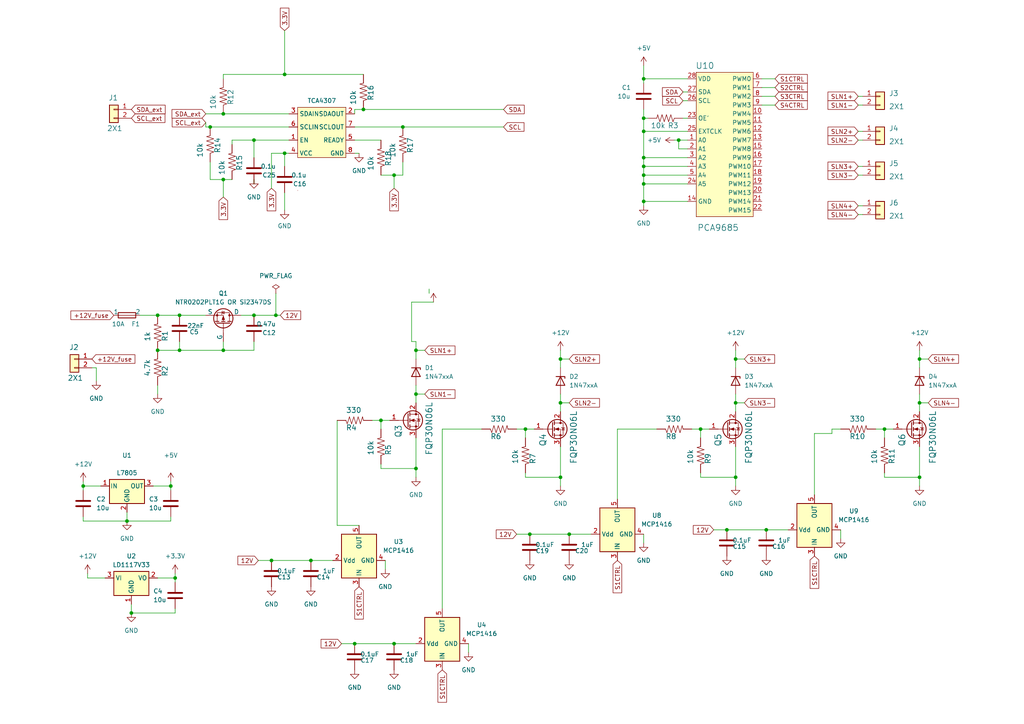
<source format=kicad_sch>
(kicad_sch (version 20250114) (generator "eeschema") (generator_version "9.0")
  (paper "A4")
  (lib_symbols
    (symbol "Connector_Generic:Conn_01x02" (pin_names (offset 1.016) (hide yes))
      (property "Reference" "J" (at 0 2.54 0))
      (property "Value" "Conn_01x02" (at 0 -5.08 0))
      (symbol "Conn_01x02_1_1"
        (pin passive line (at -5.08 0 0) (length 3.81) (name "Pin_1") (number "1"))
        (pin passive line (at -5.08 -2.54 0) (length 3.81) (name "Pin_2") (number "2"))
      )
    )
    (symbol "Device:C" (pin_numbers (hide yes)) (pin_names (offset 0.254))
      (property "Reference" "C" (at 0.635 2.54 0))
      (property "Value" "C" (at 0.635 -2.54 0))
      (symbol "C_1_1"
        (pin passive line (at 0 3.81 270) (length 2.794) (name "~") (number "1"))
        (pin passive line (at 0 -3.81 90) (length 2.794) (name "~") (number "2"))
      )
    )
    (symbol "Device:Fuse" (pin_numbers (hide yes)) (pin_names (offset 0))
      (property "Reference" "F1" (at 2.54 2.54 90))
      (property "Value" "10A" (at 2.54 -2.54 90))
      (symbol "Fuse_1_1"
        (pin output line (at 0 3.81 270) (length 1.27) (name "2") (number "2"))
        (pin input line (at 0 -3.81 90) (length 1.27) (name "1") (number "1"))
      )
    )
    (symbol "Diode:1N47xxA" (pin_numbers (hide yes)) (pin_names (hide yes))
      (property "Reference" "D" (at 0 2.54 0))
      (property "Value" "1N47xxA" (at 0 -2.54 0))
      (symbol "1N47xxA_1_1"
        (pin passive line (at -3.81 0 0) (length 2.54) (name "K") (number "1"))
        (pin passive line (at 3.81 0 180) (length 2.54) (name "A") (number "2"))
      )
    )
    (symbol "Driver_FET:MCP1416"
      (property "Reference" "U" (at -5.08 6.35 0))
      (property "Value" "MCP1416" (at 1.27 6.35 0))
      (symbol "MCP1416_1_1"
        (pin input line (at -7.62 0 0) (length 2.54) (name "IN") (number "3"))
        (pin power_in line (at 0 7.62 270) (length 2.54) (name "Vdd") (number "2"))
        (pin power_in line (at 0 -7.62 90) (length 2.54) (name "GND") (number "4"))
        (pin no_connect line (at 7.62 -2.54 180) (length 2.54) (hide yes) (name "NC") (number "1"))
        (pin output line (at 10.16 0 180) (length 2.54) (name "OUT") (number "5"))
      )
    )
    (symbol "New_Library:PCA9685"
      (property "Reference" "I2C_PWM_DRIVER1" (at 12.7 1.905 0))
      (property "Value" "PCA9685" (at 7.62 -46.355 0))
      (symbol "PCA9685_1_1"
        (pin input line (at -1.27 -3.175 0) (length 2.54) (name "VDD") (number "28"))
        (pin input line (at -1.27 -6.985 0) (length 2.54) (name "SDA") (number "27"))
        (pin input line (at -1.27 -9.525 0) (length 2.54) (name "SCL") (number "26"))
        (pin input line (at -1.27 -14.605 0) (length 2.54) (name "OE'") (number "23"))
        (pin input line (at -1.27 -18.415 0) (length 2.54) (name "EXTCLK") (number "25"))
        (pin input line (at -1.27 -20.955 0) (length 2.54) (name "A0") (number "1"))
        (pin input line (at -1.27 -23.495 0) (length 2.54) (name "A1") (number "2"))
        (pin input line (at -1.27 -26.035 0) (length 2.54) (name "A2") (number "3"))
        (pin input line (at -1.27 -28.575 0) (length 2.54) (name "A3") (number "4"))
        (pin input line (at -1.27 -31.115 0) (length 2.54) (name "A4") (number "5"))
        (pin input line (at -1.27 -33.655 0) (length 2.54) (name "A5") (number "24"))
        (pin input line (at -1.27 -38.735 0) (length 2.54) (name "GND") (number "14"))
        (pin input line (at 20.32 -3.175 180) (length 2.54) (name "PWM0") (number "6"))
        (pin input line (at 20.32 -5.715 180) (length 2.54) (name "PWM1") (number "7"))
        (pin output line (at 20.32 -8.255 180) (length 2.54) (name "PWM2") (number "8"))
        (pin output line (at 20.32 -10.795 180) (length 2.54) (name "PWM3") (number "9"))
        (pin input line (at 20.32 -13.335 180) (length 2.54) (name "PWM4") (number "10"))
        (pin input line (at 20.32 -15.875 180) (length 2.54) (name "PWM5") (number "11"))
        (pin input line (at 20.32 -18.415 180) (length 2.54) (name "PWM6") (number "12"))
        (pin input line (at 20.32 -20.955 180) (length 2.54) (name "PWM7") (number "13"))
        (pin input line (at 20.32 -23.495 180) (length 2.54) (name "PWM8") (number "15"))
        (pin input line (at 20.32 -26.035 180) (length 2.54) (name "PWM9") (number "16"))
        (pin input line (at 20.32 -28.575 180) (length 2.54) (name "PWM10") (number "17"))
        (pin input line (at 20.32 -31.115 180) (length 2.54) (name "PWM11") (number "18"))
        (pin input line (at 20.32 -33.655 180) (length 2.54) (name "PWM12") (number "19"))
        (pin input line (at 20.32 -36.195 180) (length 2.54) (name "PWM13") (number "20"))
        (pin input line (at 20.32 -38.735 180) (length 2.54) (name "PWM14") (number "21"))
        (pin input line (at 20.32 -41.275 180) (length 2.54) (name "PWM15") (number "22"))
      )
    )
    (symbol "PowerboardRev5-eagle-import:R-US_R0805" (pin_names (offset 1.016))
      (property "Reference" "R" (at -3.81 1.4986 0))
      (property "Value" "R-US_R0805" (at -3.81 -3.302 0))
      (symbol "R-US_R0805_1_0"
        (pin passive line (at -5.08 0 0) (length 2.54) (name "1") (number "1"))
        (pin passive line (at 5.08 0 180) (length 2.54) (name "2") (number "2"))
      )
    )
    (symbol "Regulator_Linear:L7805" (pin_names (offset 0.254))
      (property "Reference" "U" (at -3.81 3.175 0))
      (property "Value" "L7805" (at 0 3.175 0))
      (symbol "L7805_1_1"
        (pin power_in line (at -7.62 0 0) (length 2.54) (name "IN") (number "1"))
        (pin power_in line (at 0 -7.62 90) (length 2.54) (name "GND") (number "2"))
        (pin power_out line (at 7.62 0 180) (length 2.54) (name "OUT") (number "3"))
      )
    )
    (symbol "Regulator_Linear:LD1117S33TR_SOT223"
      (property "Reference" "U" (at -3.81 3.175 0))
      (property "Value" "LD1117S33TR_SOT223" (at 0 3.175 0))
      (symbol "LD1117S33TR_SOT223_1_1"
        (pin power_in line (at -7.62 0 0) (length 2.54) (name "VI") (number "3"))
        (pin power_in line (at 0 -7.62 90) (length 2.54) (name "GND") (number "1"))
        (pin power_out line (at 7.62 0 180) (length 2.54) (name "VO") (number "2"))
      )
    )
    (symbol "Simulation_SPICE:PMOS" (pin_numbers (hide yes)) (pin_names (offset 0))
      (property "Reference" "Q" (at 5.08 1.27 0))
      (property "Value" "PMOS" (at 5.08 -1.27 0))
      (symbol "PMOS_1_1"
        (pin input line (at -5.08 0 0) (length 2.54) (name "G") (number "2"))
        (pin passive line (at 2.54 5.08 270) (length 2.54) (name "D") (number "1"))
        (pin passive line (at 2.54 -5.08 90) (length 2.54) (name "S") (number "3"))
      )
    )
    (symbol "T_1_1"
      (symbol "T_1_1_1_1"
        (pin input line (at -12.7 2.54 0) (length 2.54) (name "SDAIN") (number "3"))
        (pin input line (at -12.7 -1.27 0) (length 2.54) (name "SCLIN") (number "6"))
        (pin input line (at -12.7 -5.08 0) (length 2.54) (name "EN") (number "1"))
        (pin input line (at -12.7 -8.89 0) (length 2.54) (name "VCC") (number "4"))
        (pin input line (at 6.35 2.54 180) (length 2.54) (name "SDAOUT") (number "2"))
        (pin input line (at 6.35 -1.27 180) (length 2.54) (name "SCLOUT") (number "7"))
        (pin input line (at 6.35 -5.08 180) (length 2.54) (name "READY") (number "5"))
        (pin input line (at 6.35 -8.89 180) (length 2.54) (name "GND") (number "8"))
      )
    )
    (symbol "Transistor_FET:IRLZ34N" (pin_names (hide yes))
      (property "Reference" "Q" (at 6.35 1.905 0))
      (property "Value" "IRLZ34N" (at 6.35 0 0))
      (symbol "IRLZ34N_1_1"
        (pin input line (at -5.08 0 0) (length 2.54) (name "G") (number "1"))
        (pin passive line (at 2.54 5.08 270) (length 2.54) (name "D") (number "2"))
        (pin passive line (at 2.54 -5.08 90) (length 2.54) (name "S") (number "3"))
      )
    )
    (symbol "power:+12V" (power) (pin_names (offset 0))
      (property "Value" "+12V" (at 0 3.556 0))
      (symbol "+12V_1_1"
        (pin power_in line (at 0 0 90) (length 0) (hide yes) (name "+12V") (number "1"))
      )
    )
    (symbol "power:+3.3V" (power) (pin_names (offset 0))
      (property "Value" "+3.3V" (at 0 3.556 0))
      (symbol "+3.3V_1_1"
        (pin power_in line (at 0 0 90) (length 0) (hide yes) (name "+3.3V") (number "1"))
      )
    )
    (symbol "power:+5V" (power) (pin_names (offset 0))
      (property "Value" "+5V" (at 0 3.556 0))
      (symbol "+5V_1_1"
        (pin power_in line (at 0 0 90) (length 0) (hide yes) (name "+5V") (number "1"))
      )
    )
    (symbol "power:GND" (power) (pin_names (offset 0))
      (property "Value" "GND" (at 0 -3.81 0))
      (symbol "GND_1_1"
        (pin power_in line (at 0 0 270) (length 0) (hide yes) (name "GND") (number "1"))
      )
    )
    (symbol "power:PWR_FLAG" (power) (pin_numbers (hide yes)) (pin_names (offset 0) (hide yes))
      (property "Value" "PWR_FLAG" (at 0 3.81 0))
      (symbol "PWR_FLAG_0_0"
        (pin power_out line (at 0 0 90) (length 0) (name "~") (number "1"))
      )
    )
  )
  (junction (at 186.69 48.26))
  (junction (at 105.41 31.75))
  (junction (at 110.49 121.92))
  (junction (at 213.36 138.43))
  (junction (at 38.1 177.8))
  (junction (at 78.74 162.56))
  (junction (at 210.82 153.67))
  (junction (at 162.56 104.14))
  (junction (at 162.56 116.84))
  (junction (at 82.55 44.45))
  (junction (at 50.8 167.64))
  (junction (at 203.2 124.46))
  (junction (at 186.69 58.42))
  (junction (at 222.25 153.67))
  (junction (at 45.72 101.6))
  (junction (at 152.4 124.46))
  (junction (at 24.13 140.97))
  (junction (at 114.3 186.69))
  (junction (at 90.17 162.56))
  (junction (at 52.07 91.44))
  (junction (at 213.36 104.14))
  (junction (at 266.7 116.84))
  (junction (at 120.65 135.89))
  (junction (at 165.1 154.94))
  (junction (at 186.69 45.72))
  (junction (at 60.96 36.83))
  (junction (at 114.3 50.8))
  (junction (at 102.87 186.69))
  (junction (at 186.69 53.34))
  (junction (at 120.65 101.6))
  (junction (at 196.85 40.64))
  (junction (at 266.7 138.43))
  (junction (at 120.65 114.3))
  (junction (at 45.72 91.44))
  (junction (at 116.84 36.83))
  (junction (at 186.69 22.86))
  (junction (at 52.07 101.6))
  (junction (at 64.77 33.02))
  (junction (at 266.7 104.14))
  (junction (at 186.69 50.8))
  (junction (at 64.77 101.6))
  (junction (at 49.53 140.97))
  (junction (at 80.01 91.44))
  (junction (at 256.54 124.46))
  (junction (at 73.66 40.64))
  (junction (at 64.77 52.07))
  (junction (at 153.67 154.94))
  (junction (at 82.55 21.59))
  (junction (at 186.69 34.29))
  (junction (at 73.66 91.44))
  (junction (at 213.36 116.84))
  (junction (at 162.56 138.43))
  (junction (at 186.69 38.1))
  (junction (at 36.83 151.13))
  (wire (pts (xy 198.12 26.67) (xy 199.39 26.67)))
  (wire (pts (xy 248.92 62.23) (xy 250.19 62.23)))
  (wire (pts (xy 266.7 138.43) (xy 266.7 140.97)))
  (wire (pts (xy 73.66 99.06) (xy 73.66 101.6)))
  (wire (pts (xy 120.65 111.76) (xy 120.65 114.3)))
  (wire (pts (xy 24.13 151.13) (xy 24.13 149.86)))
  (wire (pts (xy 90.17 162.56) (xy 96.52 162.56)))
  (wire (pts (xy 162.56 104.14) (xy 165.1 104.14)))
  (wire (pts (xy 124.46 83.82) (xy 124.46 85.09)))
  (wire (pts (xy 73.66 40.64) (xy 73.66 45.72)))
  (wire (pts (xy 64.77 99.06) (xy 64.77 101.6)))
  (wire (pts (xy 120.65 114.3) (xy 120.65 116.84)))
  (wire (pts (xy 152.4 124.46) (xy 154.94 124.46)))
  (wire (pts (xy 162.56 104.14) (xy 162.56 106.68)))
  (wire (pts (xy 213.36 116.84) (xy 213.36 119.38)))
  (wire (pts (xy 78.74 44.45) (xy 82.55 44.45)))
  (wire (pts (xy 256.54 124.46) (xy 256.54 127)))
  (wire (pts (xy 102.87 31.75) (xy 105.41 31.75)))
  (wire (pts (xy 116.84 36.83) (xy 146.05 36.83)))
  (wire (pts (xy 256.54 124.46) (xy 259.08 124.46)))
  (wire (pts (xy 40.64 91.44) (xy 45.72 91.44)))
  (wire (pts (xy 69.85 91.44) (xy 73.66 91.44)))
  (wire (pts (xy 24.13 140.97) (xy 29.21 140.97)))
  (wire (pts (xy 128.27 176.53) (xy 128.27 124.46)))
  (wire (pts (xy 110.49 121.92) (xy 113.03 121.92)))
  (wire (pts (xy 248.92 48.26) (xy 250.19 48.26)))
  (wire (pts (xy 186.69 19.05) (xy 186.69 22.86)))
  (wire (pts (xy 49.53 139.7) (xy 49.53 140.97)))
  (wire (pts (xy 162.56 114.3) (xy 162.56 116.84)))
  (wire (pts (xy 60.96 46.99) (xy 60.96 52.07)))
  (wire (pts (xy 196.85 43.18) (xy 196.85 40.64)))
  (wire (pts (xy 241.3 124.46) (xy 243.84 124.46)))
  (wire (pts (xy 203.2 124.46) (xy 203.2 127)))
  (wire (pts (xy 152.4 138.43) (xy 162.56 138.43)))
  (wire (pts (xy 187.96 34.29) (xy 186.69 34.29)))
  (wire (pts (xy 114.3 186.69) (xy 120.65 186.69)))
  (wire (pts (xy 82.55 48.26) (xy 82.55 44.45)))
  (wire (pts (xy 107.95 121.92) (xy 110.49 121.92)))
  (wire (pts (xy 213.36 104.14) (xy 215.9 104.14)))
  (wire (pts (xy 82.55 21.59) (xy 105.41 21.59)))
  (wire (pts (xy 256.54 137.16) (xy 256.54 138.43)))
  (wire (pts (xy 213.36 138.43) (xy 213.36 129.54)))
  (wire (pts (xy 203.2 137.16) (xy 203.2 138.43)))
  (wire (pts (xy 248.92 59.69) (xy 250.19 59.69)))
  (wire (pts (xy 73.66 101.6) (xy 64.77 101.6)))
  (wire (pts (xy 50.8 166.37) (xy 50.8 167.64)))
  (wire (pts (xy 153.67 154.94) (xy 165.1 154.94)))
  (wire (pts (xy 99.06 186.69) (xy 102.87 186.69)))
  (wire (pts (xy 60.96 52.07) (xy 64.77 52.07)))
  (wire (pts (xy 52.07 91.44) (xy 59.69 91.44)))
  (wire (pts (xy 78.74 44.45) (xy 78.74 54.61)))
  (wire (pts (xy 186.69 50.8) (xy 199.39 50.8)))
  (wire (pts (xy 266.7 116.84) (xy 266.7 119.38)))
  (wire (pts (xy 222.25 153.67) (xy 228.6 153.67)))
  (wire (pts (xy 102.87 31.75) (xy 102.87 33.02)))
  (wire (pts (xy 186.69 50.8) (xy 186.69 53.34)))
  (wire (pts (xy 256.54 138.43) (xy 266.7 138.43)))
  (wire (pts (xy 198.12 29.21) (xy 199.39 29.21)))
  (wire (pts (xy 186.69 38.1) (xy 199.39 38.1)))
  (wire (pts (xy 64.77 33.02) (xy 59.69 33.02)))
  (wire (pts (xy 111.76 162.56) (xy 111.76 165.1)))
  (wire (pts (xy 114.3 50.8) (xy 114.3 54.61)))
  (wire (pts (xy 213.36 116.84) (xy 215.9 116.84)))
  (wire (pts (xy 186.69 154.94) (xy 186.69 157.48)))
  (wire (pts (xy 179.07 124.46) (xy 190.5 124.46)))
  (wire (pts (xy 162.56 138.43) (xy 162.56 140.97)))
  (wire (pts (xy 67.31 40.64) (xy 67.31 41.91)))
  (wire (pts (xy 186.69 48.26) (xy 186.69 50.8)))
  (wire (pts (xy 120.65 99.06) (xy 119.38 99.06)))
  (wire (pts (xy 186.69 38.1) (xy 186.69 45.72)))
  (wire (pts (xy 82.55 60.96) (xy 82.55 55.88)))
  (wire (pts (xy 213.36 104.14) (xy 213.36 106.68)))
  (wire (pts (xy 243.84 153.67) (xy 243.84 156.21)))
  (wire (pts (xy 248.92 38.1) (xy 250.19 38.1)))
  (wire (pts (xy 80.01 85.09) (xy 80.01 91.44)))
  (wire (pts (xy 196.85 40.64) (xy 199.39 40.64)))
  (wire (pts (xy 152.4 137.16) (xy 152.4 138.43)))
  (wire (pts (xy 186.69 53.34) (xy 199.39 53.34)))
  (wire (pts (xy 220.98 30.48) (xy 224.79 30.48)))
  (wire (pts (xy 50.8 167.64) (xy 50.8 168.91)))
  (wire (pts (xy 44.45 140.97) (xy 49.53 140.97)))
  (wire (pts (xy 73.66 53.34) (xy 73.66 52.07)))
  (wire (pts (xy 27.94 106.68) (xy 27.94 110.49)))
  (wire (pts (xy 49.53 140.97) (xy 49.53 142.24)))
  (wire (pts (xy 119.38 87.63) (xy 119.38 99.06)))
  (wire (pts (xy 128.27 124.46) (xy 139.7 124.46)))
  (wire (pts (xy 52.07 101.6) (xy 45.72 101.6)))
  (wire (pts (xy 186.69 45.72) (xy 199.39 45.72)))
  (wire (pts (xy 200.66 124.46) (xy 203.2 124.46)))
  (wire (pts (xy 120.65 101.6) (xy 123.19 101.6)))
  (wire (pts (xy 60.96 36.83) (xy 59.69 36.83)))
  (wire (pts (xy 120.65 99.06) (xy 120.65 101.6)))
  (wire (pts (xy 114.3 50.8) (xy 116.84 50.8)))
  (wire (pts (xy 64.77 101.6) (xy 52.07 101.6)))
  (wire (pts (xy 162.56 116.84) (xy 162.56 119.38)))
  (wire (pts (xy 78.74 162.56) (xy 90.17 162.56)))
  (wire (pts (xy 74.93 162.56) (xy 78.74 162.56)))
  (wire (pts (xy 199.39 48.26) (xy 186.69 48.26)))
  (wire (pts (xy 116.84 50.8) (xy 116.84 46.99)))
  (wire (pts (xy 199.39 43.18) (xy 196.85 43.18)))
  (wire (pts (xy 36.83 148.59) (xy 36.83 151.13)))
  (wire (pts (xy 97.79 152.4) (xy 97.79 121.92)))
  (wire (pts (xy 120.65 114.3) (xy 123.19 114.3)))
  (wire (pts (xy 266.7 114.3) (xy 266.7 116.84)))
  (wire (pts (xy 110.49 121.92) (xy 110.49 124.46)))
  (wire (pts (xy 213.36 101.6) (xy 213.36 104.14)))
  (wire (pts (xy 198.12 34.29) (xy 199.39 34.29)))
  (wire (pts (xy 236.22 125.73) (xy 241.3 125.73)))
  (wire (pts (xy 45.72 111.76) (xy 45.72 114.3)))
  (wire (pts (xy 64.77 21.59) (xy 64.77 22.86)))
  (wire (pts (xy 248.92 30.48) (xy 250.19 30.48)))
  (wire (pts (xy 73.66 91.44) (xy 80.01 91.44)))
  (wire (pts (xy 203.2 124.46) (xy 205.74 124.46)))
  (wire (pts (xy 82.55 21.59) (xy 82.55 8.89)))
  (wire (pts (xy 102.87 44.45) (xy 104.14 44.45)))
  (wire (pts (xy 220.98 27.94) (xy 224.79 27.94)))
  (wire (pts (xy 162.56 101.6) (xy 162.56 104.14)))
  (wire (pts (xy 254 124.46) (xy 256.54 124.46)))
  (wire (pts (xy 120.65 135.89) (xy 120.65 127)))
  (wire (pts (xy 210.82 153.67) (xy 222.25 153.67)))
  (wire (pts (xy 266.7 104.14) (xy 266.7 106.68)))
  (wire (pts (xy 213.36 138.43) (xy 213.36 140.97)))
  (wire (pts (xy 49.53 151.13) (xy 49.53 149.86)))
  (wire (pts (xy 102.87 36.83) (xy 116.84 36.83)))
  (wire (pts (xy 266.7 138.43) (xy 266.7 129.54)))
  (wire (pts (xy 119.38 87.63) (xy 125.73 87.63)))
  (wire (pts (xy 248.92 40.64) (xy 250.19 40.64)))
  (wire (pts (xy 266.7 101.6) (xy 266.7 104.14)))
  (wire (pts (xy 38.1 177.8) (xy 50.8 177.8)))
  (wire (pts (xy 24.13 142.24) (xy 24.13 140.97)))
  (wire (pts (xy 248.92 50.8) (xy 250.19 50.8)))
  (wire (pts (xy 186.69 45.72) (xy 186.69 48.26)))
  (wire (pts (xy 203.2 138.43) (xy 213.36 138.43)))
  (wire (pts (xy 59.69 36.83) (xy 59.69 35.56)))
  (wire (pts (xy 73.66 40.64) (xy 67.31 40.64)))
  (wire (pts (xy 52.07 99.06) (xy 52.07 101.6)))
  (wire (pts (xy 50.8 177.8) (xy 50.8 176.53)))
  (wire (pts (xy 186.69 58.42) (xy 199.39 58.42)))
  (wire (pts (xy 266.7 104.14) (xy 269.24 104.14)))
  (wire (pts (xy 248.92 27.94) (xy 250.19 27.94)))
  (wire (pts (xy 149.86 154.94) (xy 153.67 154.94)))
  (wire (pts (xy 207.01 153.67) (xy 210.82 153.67)))
  (wire (pts (xy 179.07 144.78) (xy 179.07 124.46)))
  (wire (pts (xy 26.67 106.68) (xy 27.94 106.68)))
  (wire (pts (xy 162.56 138.43) (xy 162.56 129.54)))
  (wire (pts (xy 220.98 25.4) (xy 224.79 25.4)))
  (wire (pts (xy 266.7 116.84) (xy 269.24 116.84)))
  (wire (pts (xy 83.82 40.64) (xy 73.66 40.64)))
  (wire (pts (xy 186.69 24.13) (xy 186.69 22.86)))
  (wire (pts (xy 24.13 151.13) (xy 36.83 151.13)))
  (wire (pts (xy 165.1 154.94) (xy 171.45 154.94)))
  (wire (pts (xy 64.77 21.59) (xy 82.55 21.59)))
  (wire (pts (xy 135.89 186.69) (xy 135.89 189.23)))
  (wire (pts (xy 25.4 166.37) (xy 25.4 167.64)))
  (wire (pts (xy 110.49 50.8) (xy 114.3 50.8)))
  (wire (pts (xy 45.72 91.44) (xy 52.07 91.44)))
  (wire (pts (xy 236.22 143.51) (xy 236.22 125.73)))
  (wire (pts (xy 104.14 152.4) (xy 97.79 152.4)))
  (wire (pts (xy 110.49 135.89) (xy 120.65 135.89)))
  (wire (pts (xy 102.87 40.64) (xy 110.49 40.64)))
  (wire (pts (xy 45.72 167.64) (xy 50.8 167.64)))
  (wire (pts (xy 38.1 175.26) (xy 38.1 177.8)))
  (wire (pts (xy 82.55 44.45) (xy 83.82 44.45)))
  (wire (pts (xy 60.96 36.83) (xy 83.82 36.83)))
  (wire (pts (xy 64.77 52.07) (xy 64.77 57.15)))
  (wire (pts (xy 25.4 167.64) (xy 30.48 167.64)))
  (wire (pts (xy 186.69 22.86) (xy 199.39 22.86)))
  (wire (pts (xy 186.69 58.42) (xy 186.69 59.69)))
  (wire (pts (xy 24.13 139.7) (xy 24.13 140.97)))
  (wire (pts (xy 149.86 124.46) (xy 152.4 124.46)))
  (wire (pts (xy 220.98 22.86) (xy 224.79 22.86)))
  (wire (pts (xy 195.58 40.64) (xy 196.85 40.64)))
  (wire (pts (xy 64.77 52.07) (xy 67.31 52.07)))
  (wire (pts (xy 110.49 134.62) (xy 110.49 135.89)))
  (wire (pts (xy 64.77 33.02) (xy 83.82 33.02)))
  (wire (pts (xy 186.69 53.34) (xy 186.69 58.42)))
  (wire (pts (xy 120.65 101.6) (xy 120.65 104.14)))
  (wire (pts (xy 120.65 135.89) (xy 120.65 138.43)))
  (wire (pts (xy 152.4 124.46) (xy 152.4 127)))
  (wire (pts (xy 241.3 125.73) (xy 241.3 124.46)))
  (wire (pts (xy 80.01 91.44) (xy 81.28 91.44)))
  (wire (pts (xy 186.69 31.75) (xy 186.69 34.29)))
  (wire (pts (xy 162.56 116.84) (xy 165.1 116.84)))
  (wire (pts (xy 36.83 151.13) (xy 49.53 151.13)))
  (wire (pts (xy 102.87 186.69) (xy 114.3 186.69)))
  (wire (pts (xy 105.41 31.75) (xy 146.05 31.75)))
  (wire (pts (xy 186.69 34.29) (xy 186.69 38.1)))
  (wire (pts (xy 213.36 114.3) (xy 213.36 116.84)))
  (global_label "SLN4+" (shape input) (at 248.92 59.69 180) (property "Intersheetrefs" "${INTERSHEET_REFS}" (effects (hide yes))))
  (global_label "+12V_fuse" (shape input) (at 33.02 91.44 180) (property "Intersheetrefs" "${INTERSHEET_REFS}" (effects (hide yes))))
  (global_label "SDA" (shape input) (at 198.12 26.67 180) (property "Intersheetrefs" "${INTERSHEET_REFS}" (effects (hide yes))))
  (global_label "SLN1-" (shape input) (at 248.92 30.48 180) (property "Intersheetrefs" "${INTERSHEET_REFS}" (effects (hide yes))))
  (global_label "12V" (shape input) (at 149.86 154.94 180) (property "Intersheetrefs" "${INTERSHEET_REFS}" (effects (hide yes))))
  (global_label "S1CTRL" (shape input) (at 128.27 194.31 270) (property "Intersheetrefs" "${INTERSHEET_REFS}" (effects (hide yes))))
  (global_label "3.3V" (shape input) (at 78.74 54.61 270) (property "Intersheetrefs" "${INTERSHEET_REFS}" (effects (hide yes))))
  (global_label "SCL" (shape input) (at 198.12 29.21 180) (property "Intersheetrefs" "${INTERSHEET_REFS}" (effects (hide yes))))
  (global_label "3.3V" (shape input) (at 114.3 54.61 270) (property "Intersheetrefs" "${INTERSHEET_REFS}" (effects (hide yes))))
  (global_label "SLN1+" (shape input) (at 248.92 27.94 180) (property "Intersheetrefs" "${INTERSHEET_REFS}" (effects (hide yes))))
  (global_label "SLN2-" (shape input) (at 165.1 116.84 0) (property "Intersheetrefs" "${INTERSHEET_REFS}" (effects (hide yes))))
  (global_label "SLN4-" (shape input) (at 248.92 62.23 180) (property "Intersheetrefs" "${INTERSHEET_REFS}" (effects (hide yes))))
  (global_label "SDA_ext" (shape input) (at 59.69 33.02 180) (property "Intersheetrefs" "${INTERSHEET_REFS}" (effects (hide yes))))
  (global_label "SLN3+" (shape input) (at 215.9 104.14 0) (property "Intersheetrefs" "${INTERSHEET_REFS}" (effects (hide yes))))
  (global_label "3.3V" (shape input) (at 64.77 57.15 270) (property "Intersheetrefs" "${INTERSHEET_REFS}" (effects (hide yes))))
  (global_label "SLN3+" (shape input) (at 248.92 48.26 180) (property "Intersheetrefs" "${INTERSHEET_REFS}" (effects (hide yes))))
  (global_label "SCL_ext" (shape input) (at 59.69 35.56 180) (property "Intersheetrefs" "${INTERSHEET_REFS}" (effects (hide yes))))
  (global_label "S4CTRL" (shape input) (at 224.79 30.48 0) (property "Intersheetrefs" "${INTERSHEET_REFS}" (effects (hide yes))))
  (global_label "12V" (shape input) (at 81.28 91.44 0) (property "Intersheetrefs" "${INTERSHEET_REFS}" (effects (hide yes))))
  (global_label "SLN2+" (shape input) (at 248.92 38.1 180) (property "Intersheetrefs" "${INTERSHEET_REFS}" (effects (hide yes))))
  (global_label "12V" (shape input) (at 74.93 162.56 180) (property "Intersheetrefs" "${INTERSHEET_REFS}" (effects (hide yes))))
  (global_label "12V" (shape input) (at 99.06 186.69 180) (property "Intersheetrefs" "${INTERSHEET_REFS}" (effects (hide yes))))
  (global_label "S1CTRL" (shape input) (at 224.79 22.86 0) (property "Intersheetrefs" "${INTERSHEET_REFS}" (effects (hide yes))))
  (global_label "SLN3-" (shape input) (at 215.9 116.84 0) (property "Intersheetrefs" "${INTERSHEET_REFS}" (effects (hide yes))))
  (global_label "SLN1-" (shape input) (at 123.19 114.3 0) (property "Intersheetrefs" "${INTERSHEET_REFS}" (effects (hide yes))))
  (global_label "3.3V" (shape input) (at 82.55 8.89 90) (property "Intersheetrefs" "${INTERSHEET_REFS}" (effects (hide yes))))
  (global_label "SCL" (shape input) (at 146.05 36.83 0) (property "Intersheetrefs" "${INTERSHEET_REFS}" (effects (hide yes))))
  (global_label "+12V_fuse" (shape input) (at 26.67 104.14 0) (property "Intersheetrefs" "${INTERSHEET_REFS}" (effects (hide yes))))
  (global_label "SLN3-" (shape input) (at 248.92 50.8 180) (property "Intersheetrefs" "${INTERSHEET_REFS}" (effects (hide yes))))
  (global_label "SLN2+" (shape input) (at 165.1 104.14 0) (property "Intersheetrefs" "${INTERSHEET_REFS}" (effects (hide yes))))
  (global_label "S1CTRL" (shape input) (at 179.07 162.56 270) (property "Intersheetrefs" "${INTERSHEET_REFS}" (effects (hide yes))))
  (global_label "12V" (shape input) (at 207.01 153.67 180) (property "Intersheetrefs" "${INTERSHEET_REFS}" (effects (hide yes))))
  (global_label "SDA" (shape input) (at 146.05 31.75 0) (property "Intersheetrefs" "${INTERSHEET_REFS}" (effects (hide yes))))
  (global_label "SCL_ext" (shape input) (at 38.1 34.29 0) (property "Intersheetrefs" "${INTERSHEET_REFS}" (effects (hide yes))))
  (global_label "S1CTRL" (shape input) (at 104.14 170.18 270) (property "Intersheetrefs" "${INTERSHEET_REFS}" (effects (hide yes))))
  (global_label "S1CTRL" (shape input) (at 236.22 161.29 270) (property "Intersheetrefs" "${INTERSHEET_REFS}" (effects (hide yes))))
  (global_label "SDA_ext" (shape input) (at 38.1 31.75 0) (property "Intersheetrefs" "${INTERSHEET_REFS}" (effects (hide yes))))
  (global_label "SLN4+" (shape input) (at 269.24 104.14 0) (property "Intersheetrefs" "${INTERSHEET_REFS}" (effects (hide yes))))
  (global_label "S3CTRL" (shape input) (at 224.79 27.94 0) (property "Intersheetrefs" "${INTERSHEET_REFS}" (effects (hide yes))))
  (global_label "SLN1+" (shape input) (at 123.19 101.6 0) (property "Intersheetrefs" "${INTERSHEET_REFS}" (effects (hide yes))))
  (global_label "S2CTRL" (shape input) (at 224.79 25.4 0) (property "Intersheetrefs" "${INTERSHEET_REFS}" (effects (hide yes))))
  (global_label "SLN4-" (shape input) (at 269.24 116.84 0) (property "Intersheetrefs" "${INTERSHEET_REFS}" (effects (hide yes))))
  (global_label "SLN2-" (shape input) (at 248.92 40.64 180) (property "Intersheetrefs" "${INTERSHEET_REFS}" (effects (hide yes))))
  (symbol (lib_id "Device:C") (at 50.8 172.72 0) (unit 1)
    (property "Reference" "C4" (at 44.45 171.45 0) (effects (justify left)))
    (property "Value" "10u" (at 44.45 173.99 0) (effects (justify left)))
    (property "Footprint" "Capacitor_THT:CP_Radial_D5.0mm_P2.00mm" (effects (hide yes)))
  )
  (symbol (lib_id "Transistor_FET:IRLZ34N") (at 210.82 124.46 0) (unit 1)
    (property "Reference" "Q5" (at 208.28 129.54 90) (effects (font (size 1.778 1.778)) (justify left)))
    (property "Value" "FQP30N06L" (at 217.17 134.62 90) (effects (font (size 1.778 1.778)) (justify left)))
    (property "Footprint" "Package_TO_SOT_THT:TO-220-3_Vertical" (effects (hide yes)))
    (property "Datasheet" "http://www.infineon.com/dgdl/irlz34npbf.pdf?fileId=5546d462533600a40153567206892720" (effects (hide yes)))
  )
  (symbol (lib_id "PowerboardRev5-eagle-import:R-US_R0805") (at 256.54 132.08 270) (mirror x) (unit 1)
    (property "Reference" "R11" (at 257.81 134.62 0) (effects (font (size 1.4986 1.4986)) (justify left bottom)))
    (property "Value" "10k" (at 252.73 134.62 0) (effects (font (size 1.4986 1.4986)) (justify left bottom)))
    (property "Footprint" "Resistor_SMD:R_0805_2012Metric_Pad1.20x1.40mm_HandSolder" (effects (hide yes)))
  )
  (symbol (lib_id "Connector_Generic:Conn_01x02") (at 33.02 31.75 0) (mirror y) (unit 1)
    (property "Reference" "J1" (at 34.29 29.21 0) (effects (font (size 1.4986 1.4986)) (justify left bottom)))
    (property "Value" "2X1" (at 35.56 38.1 0) (effects (font (size 1.4986 1.4986)) (justify left bottom)))
    (property "Footprint" "Connector_JST:JST_PH_B2B-PH-K_1x02_P2.00mm_Vertical" (effects (hide yes)))
  )
  (symbol (lib_id "Device:C") (at 165.1 158.75 180) (unit 1)
    (property "Reference" "C20" (at 170.688 159.766 0) (effects (justify left)))
    (property "Value" "1uF" (at 172.212 157.988 0) (effects (justify left)))
    (property "Footprint" "Capacitor_SMD:C_0402_1005Metric" (effects (hide yes)))
  )
  (symbol (lib_id "power:GND") (at 165.1 162.56 0) (unit 1)
    (property "Reference" "#PWR028" (effects (hide yes)))
    (property "Value" "GND" (at 165.1 167.64 0))
  )
  (symbol (lib_id "Transistor_FET:IRLZ34N") (at 160.02 124.46 0) (unit 1)
    (property "Reference" "Q4" (at 157.48 129.54 90) (effects (font (size 1.778 1.778)) (justify left)))
    (property "Value" "FQP30N06L" (at 166.37 134.62 90) (effects (font (size 1.778 1.778)) (justify left)))
    (property "Footprint" "Package_TO_SOT_THT:TO-220-3_Vertical" (effects (hide yes)))
    (property "Datasheet" "http://www.infineon.com/dgdl/irlz34npbf.pdf?fileId=5546d462533600a40153567206892720" (effects (hide yes)))
  )
  (symbol (lib_id "power:GND") (at 78.74 170.18 0) (unit 1)
    (property "Reference" "#PWR027" (effects (hide yes)))
    (property "Value" "GND" (at 78.74 175.26 0))
  )
  (symbol (lib_id "PowerboardRev5-eagle-import:R-US_R0805") (at 45.72 106.68 270) (mirror x) (unit 1)
    (property "Reference" "R2" (at 46.99 109.22 0) (effects (font (size 1.4986 1.4986)) (justify left bottom)))
    (property "Value" "4.7k" (at 41.91 109.22 0) (effects (font (size 1.4986 1.4986)) (justify left bottom)))
    (property "Footprint" "Resistor_SMD:R_0402_1005Metric" (effects (hide yes)))
  )
  (symbol (lib_id "PowerboardRev5-eagle-import:R-US_R0805") (at 64.77 27.94 270) (mirror x) (unit 1)
    (property "Reference" "R12" (at 66.04 30.48 0) (effects (font (size 1.4986 1.4986)) (justify left bottom)))
    (property "Value" "10k" (at 60.96 31.75 0) (effects (font (size 1.4986 1.4986)) (justify left bottom)))
    (property "Footprint" "Resistor_SMD:R_0603_1608Metric" (effects (hide yes)))
  )
  (symbol (lib_id "power:+12V") (at 25.4 166.37 0) (unit 1)
    (property "Reference" "#PWR013" (effects (hide yes)))
    (property "Value" "+12V" (at 25.4 161.29 0))
  )
  (symbol (lib_id "Connector_Generic:Conn_01x02") (at 255.27 48.26 0) (unit 1)
    (property "Reference" "J5" (at 257.81 48.26 0) (effects (font (size 1.4986 1.4986)) (justify left bottom)))
    (property "Value" "2X1" (at 257.81 52.07 0) (effects (font (size 1.4986 1.4986)) (justify left bottom)))
    (property "Footprint" "Connector_JST:JST_PH_B2B-PH-K_1x02_P2.00mm_Vertical" (effects (hide yes)))
  )
  (symbol (lib_id "Device:C") (at 78.74 166.37 180) (unit 1)
    (property "Reference" "C13" (at 84.328 167.386 0) (effects (justify left)))
    (property "Value" "0.1uF" (at 85.852 165.608 0) (effects (justify left)))
    (property "Footprint" "Capacitor_SMD:C_0402_1005Metric" (effects (hide yes)))
  )
  (symbol (lib_id "Device:C") (at 90.17 166.37 180) (unit 1)
    (property "Reference" "C14" (at 95.758 167.386 0) (effects (justify left)))
    (property "Value" "1uF" (at 97.282 165.608 0) (effects (justify left)))
    (property "Footprint" "Capacitor_SMD:C_0402_1005Metric" (effects (hide yes)))
  )
  (symbol (lib_id "Device:C") (at 73.66 95.25 180) (unit 1)
    (property "Reference" "C12" (at 80.01 96.52 0) (effects (justify left)))
    (property "Value" "0.47u" (at 80.01 93.98 0) (effects (justify left)))
    (property "Footprint" "Capacitor_SMD:C_0402_1005Metric" (effects (hide yes)))
  )
  (symbol (lib_id "PowerboardRev5-eagle-import:R-US_R0805") (at 102.87 121.92 0) (mirror x) (unit 1)
    (property "Reference" "R4" (at 100.33 123.19 0) (effects (font (size 1.4986 1.4986)) (justify left bottom)))
    (property "Value" "330" (at 100.33 118.11 0) (effects (font (size 1.4986 1.4986)) (justify left bottom)))
    (property "Footprint" "Resistor_SMD:R_0805_2012Metric_Pad1.20x1.40mm_HandSolder" (effects (hide yes)))
  )
  (symbol (lib_id "Connector_Generic:Conn_01x02") (at 255.27 59.69 0) (unit 1)
    (property "Reference" "J6" (at 257.81 59.69 0) (effects (font (size 1.4986 1.4986)) (justify left bottom)))
    (property "Value" "2X1" (at 257.81 63.5 0) (effects (font (size 1.4986 1.4986)) (justify left bottom)))
    (property "Footprint" "Connector_JST:JST_PH_B2B-PH-K_1x02_P2.00mm_Vertical" (effects (hide yes)))
  )
  (symbol (lib_id "PowerboardRev5-eagle-import:R-US_R0805") (at 60.96 41.91 270) (mirror x) (unit 1)
    (property "Reference" "R14" (at 62.23 44.45 0) (effects (font (size 1.4986 1.4986)) (justify left bottom)))
    (property "Value" "10k" (at 57.15 45.72 0) (effects (font (size 1.4986 1.4986)) (justify left bottom)))
    (property "Footprint" "Resistor_SMD:R_0603_1608Metric" (effects (hide yes)))
  )
  (symbol (lib_id "Driver_FET:MCP1416") (at 179.07 154.94 90) (unit 1)
    (property "Reference" "U8" (at 190.5 149.4946 90))
    (property "Value" "MCP1416" (at 190.5 152.0346 90))
    (property "Footprint" "Package_TO_SOT_SMD:SOT-23-5" (effects (hide yes)))
    (property "Datasheet" "http://ww1.microchip.com/downloads/en/DeviceDoc/20002092F.pdf" (effects (hide yes)))
    (property "Description" "1.5A High speed power MOSFET driver with non-inverting output, SOT-23-5" (effects (hide yes)))
  )
  (symbol (lib_id "Regulator_Linear:LD1117S33TR_SOT223") (at 38.1 167.64 0) (unit 1)
    (property "Reference" "U2" (at 38.1 161.29 0))
    (property "Value" "LD1117V33" (at 38.1 163.83 0))
    (property "Footprint" "Package_TO_SOT_THT:TO-220-3_Vertical" (effects (hide yes)))
    (property "Datasheet" "http://www.st.com/st-web-ui/static/active/en/resource/technical/document/datasheet/CD00000544.pdf" (effects (hide yes)))
  )
  (symbol (lib_id "PowerboardRev5-eagle-import:R-US_R0805") (at 193.04 34.29 180) (unit 1)
    (property "Reference" "R3" (at 196.85 35.56 0) (effects (font (size 1.4986 1.4986)) (justify left bottom)))
    (property "Value" "10k" (at 193.04 35.56 0) (effects (font (size 1.4986 1.4986)) (justify left bottom)))
    (property "Footprint" "Resistor_SMD:R_0805_2012Metric_Pad1.20x1.40mm_HandSolder" (effects (hide yes)))
  )
  (symbol (lib_id "power:+12V") (at 125.73 87.63 0) (unit 1)
    (property "Reference" "#PWR06" (effects (hide yes)))
    (property "Value" "+12V" (effects (hide yes)))
  )
  (symbol (lib_id "power:GND") (at 104.14 44.45 0) (unit 1)
    (property "Reference" "#PWR034" (effects (hide yes)))
    (property "Value" "GND" (at 104.14 49.53 0))
  )
  (symbol (lib_id "PowerboardRev5-eagle-import:R-US_R0805") (at 105.41 26.67 270) (mirror x) (unit 1)
    (property "Reference" "R16" (at 106.68 29.21 0) (effects (font (size 1.4986 1.4986)) (justify left bottom)))
    (property "Value" "10k" (at 101.6 30.48 0) (effects (font (size 1.4986 1.4986)) (justify left bottom)))
    (property "Footprint" "Resistor_SMD:R_0603_1608Metric" (effects (hide yes)))
  )
  (symbol (lib_id "power:+12V") (at 24.13 139.7 0) (unit 1)
    (property "Reference" "#PWR014" (effects (hide yes)))
    (property "Value" "+12V" (at 24.13 134.62 0))
  )
  (symbol (lib_id "power:GND") (at 186.69 157.48 0) (unit 1)
    (property "Reference" "#PWR031" (effects (hide yes)))
    (property "Value" "GND" (at 186.69 162.56 0))
  )
  (symbol (lib_id "power:GND") (at 36.83 151.13 0) (unit 1)
    (property "Reference" "#PWR012" (effects (hide yes)))
    (property "Value" "GND" (at 36.83 156.21 0))
  )
  (symbol (lib_id "power:GND") (at 135.89 189.23 0) (unit 1)
    (property "Reference" "#PWR03" (effects (hide yes)))
    (property "Value" "GND" (at 135.89 194.31 0))
  )
  (symbol (lib_id "PowerboardRev5-eagle-import:R-US_R0805") (at 110.49 45.72 270) (mirror x) (unit 1)
    (property "Reference" "R18" (at 111.76 48.26 0) (effects (font (size 1.4986 1.4986)) (justify left bottom)))
    (property "Value" "10k" (at 106.68 49.53 0) (effects (font (size 1.4986 1.4986)) (justify left bottom)))
    (property "Footprint" "Resistor_SMD:R_0603_1608Metric" (effects (hide yes)))
  )
  (symbol (lib_id "PowerboardRev5-eagle-import:R-US_R0805") (at 67.31 46.99 270) (mirror x) (unit 1)
    (property "Reference" "R15" (at 68.58 49.53 0) (effects (font (size 1.4986 1.4986)) (justify left bottom)))
    (property "Value" "10k" (at 63.5 50.8 0) (effects (font (size 1.4986 1.4986)) (justify left bottom)))
    (property "Footprint" "Resistor_SMD:R_0603_1608Metric" (effects (hide yes)))
  )
  (symbol (lib_id "Device:C") (at 114.3 190.5 180) (unit 1)
    (property "Reference" "C18" (at 119.888 191.516 0) (effects (justify left)))
    (property "Value" "1uF" (at 121.412 189.738 0) (effects (justify left)))
    (property "Footprint" "Capacitor_SMD:C_0402_1005Metric" (effects (hide yes)))
  )
  (symbol (lib_id "Diode:1N47xxA") (at 162.56 110.49 270) (unit 1)
    (property "Reference" "D2" (at 165.1 109.22 90) (effects (justify left)))
    (property "Value" "1N47xxA" (at 165.1 111.76 90) (effects (justify left)))
    (property "Footprint" "Diode_THT:D_DO-41_SOD81_P10.16mm_Horizontal" (effects (hide yes)))
    (property "Datasheet" "https://www.vishay.com/docs/85816/1n4728a.pdf" (effects (hide yes)))
  )
  (symbol (lib_id "power:+12V") (at 266.7 101.6 0) (unit 1)
    (property "Reference" "#PWR023" (effects (hide yes)))
    (property "Value" "+12V" (at 266.7 96.52 0))
  )
  (symbol (lib_id "power:GND") (at 213.36 140.97 0) (unit 1)
    (property "Reference" "#PWR020" (effects (hide yes)))
    (property "Value" "GND" (at 213.36 146.05 0))
  )
  (symbol (lib_id "power:GND") (at 162.56 140.97 0) (unit 1)
    (property "Reference" "#PWR019" (effects (hide yes)))
    (property "Value" "GND" (at 162.56 146.05 0))
  )
  (symbol (lib_id "power:+5V") (at 186.69 19.05 0) (unit 1)
    (property "Reference" "#PWR05" (effects (hide yes)))
    (property "Value" "+5V" (at 186.69 13.97 0))
  )
  (symbol (lib_id "Connector_Generic:Conn_01x02") (at 21.59 104.14 0) (mirror y) (unit 1)
    (property "Reference" "J2" (at 22.86 101.6 0) (effects (font (size 1.4986 1.4986)) (justify left bottom)))
    (property "Value" "2X1" (at 24.13 110.49 0) (effects (font (size 1.4986 1.4986)) (justify left bottom)))
    (property "Footprint" "Connector_JST:JST_PH_B2B-PH-K_1x02_P2.00mm_Vertical" (effects (hide yes)))
  )
  (symbol (lib_id "Device:C") (at 73.66 49.53 180) (unit 1)
    (property "Reference" "C25" (at 80.01 50.8 0) (effects (justify left)))
    (property "Value" "0.1u" (at 80.01 48.26 0) (effects (justify left)))
    (property "Footprint" "Capacitor_SMD:C_0603_1608Metric" (effects (hide yes)))
  )
  (symbol (lib_id "power:+12V") (at 213.36 101.6 0) (unit 1)
    (property "Reference" "#PWR022" (effects (hide yes)))
    (property "Value" "+12V" (at 213.36 96.52 0))
  )
  (symbol (lib_id "power:GND") (at 210.82 161.29 0) (unit 1)
    (property "Reference" "#PWR032" (effects (hide yes)))
    (property "Value" "GND" (at 210.82 166.37 0))
  )
  (symbol (lib_id "power:GND") (at 111.76 165.1 0) (unit 1)
    (property "Reference" "#PWR025" (effects (hide yes)))
    (property "Value" "GND" (at 111.76 170.18 0))
  )
  (symbol (lib_id "Device:C") (at 153.67 158.75 180) (unit 1)
    (property "Reference" "C19" (at 159.258 159.766 0) (effects (justify left)))
    (property "Value" "0.1uF" (at 160.782 157.988 0) (effects (justify left)))
    (property "Footprint" "Capacitor_SMD:C_0402_1005Metric" (effects (hide yes)))
  )
  (symbol (lib_id "PowerboardRev5-eagle-import:R-US_R0805") (at 116.84 41.91 270) (mirror x) (unit 1)
    (property "Reference" "R17" (at 118.11 44.45 0) (effects (font (size 1.4986 1.4986)) (justify left bottom)))
    (property "Value" "10k" (at 113.03 45.72 0) (effects (font (size 1.4986 1.4986)) (justify left bottom)))
    (property "Footprint" "Resistor_SMD:R_0603_1608Metric" (effects (hide yes)))
  )
  (symbol (lib_id "Device:C") (at 49.53 146.05 0) (unit 1)
    (property "Reference" "C3" (at 43.18 144.78 0) (effects (justify left)))
    (property "Value" "10u" (at 43.18 147.32 0) (effects (justify left)))
    (property "Footprint" "Capacitor_THT:CP_Radial_D5.0mm_P2.00mm" (effects (hide yes)))
  )
  (symbol (lib_id "power:GND") (at 114.3 194.31 0) (unit 1)
    (property "Reference" "#PWR02" (effects (hide yes)))
    (property "Value" "GND" (at 114.3 199.39 0))
  )
  (symbol (lib_id "power:+5V") (at 49.53 139.7 0) (unit 1)
    (property "Reference" "#PWR016" (effects (hide yes)))
    (property "Value" "+5V" (at 49.53 132.08 0))
  )
  (symbol (lib_id "PowerboardRev5-eagle-import:R-US_R0805") (at 45.72 96.52 270) (mirror x) (unit 1)
    (property "Reference" "R1" (at 46.99 99.06 0) (effects (font (size 1.4986 1.4986)) (justify left bottom)))
    (property "Value" "1k" (at 41.91 99.06 0) (effects (font (size 1.4986 1.4986)) (justify left bottom)))
    (property "Footprint" "Resistor_SMD:R_0402_1005Metric" (effects (hide yes)))
  )
  (symbol (lib_id "power:GND") (at 102.87 194.31 0) (unit 1)
    (property "Reference" "#PWR01" (effects (hide yes)))
    (property "Value" "GND" (at 102.87 199.39 0))
  )
  (symbol (lib_id "Diode:1N47xxA") (at 213.36 110.49 270) (unit 1)
    (property "Reference" "D3" (at 215.9 109.22 90) (effects (justify left)))
    (property "Value" "1N47xxA" (at 215.9 111.76 90) (effects (justify left)))
    (property "Footprint" "Diode_THT:D_DO-41_SOD81_P10.16mm_Horizontal" (effects (hide yes)))
    (property "Datasheet" "https://www.vishay.com/docs/85816/1n4728a.pdf" (effects (hide yes)))
  )
  (symbol (lib_id "Transistor_FET:IRLZ34N") (at 264.16 124.46 0) (unit 1)
    (property "Reference" "Q6" (at 261.62 129.54 90) (effects (font (size 1.778 1.778)) (justify left)))
    (property "Value" "FQP30N06L" (at 270.51 134.62 90) (effects (font (size 1.778 1.778)) (justify left)))
    (property "Footprint" "Package_TO_SOT_THT:TO-220-3_Vertical" (effects (hide yes)))
    (property "Datasheet" "http://www.infineon.com/dgdl/irlz34npbf.pdf?fileId=5546d462533600a40153567206892720" (effects (hide yes)))
  )
  (symbol (lib_id "Device:Fuse") (at 36.83 91.44 270) (unit 1)
    (property "Reference" "F1" (at 39.37 93.98 90))
    (property "Value" "10A" (at 34.29 93.98 90))
    (property "Footprint" "Fuse:Fuse_1206_3216Metric" (effects (hide yes)))
  )
  (symbol (lib_id "PowerboardRev5-eagle-import:R-US_R0805") (at 152.4 132.08 270) (mirror x) (unit 1)
    (property "Reference" "R7" (at 153.67 134.62 0) (effects (font (size 1.4986 1.4986)) (justify left bottom)))
    (property "Value" "10k" (at 148.59 134.62 0) (effects (font (size 1.4986 1.4986)) (justify left bottom)))
    (property "Footprint" "Resistor_SMD:R_0805_2012Metric_Pad1.20x1.40mm_HandSolder" (effects (hide yes)))
  )
  (symbol (lib_id "power:GND") (at 153.67 162.56 0) (unit 1)
    (property "Reference" "#PWR04" (effects (hide yes)))
    (property "Value" "GND" (at 153.67 167.64 0))
  )
  (symbol (lib_id "power:GND") (at 38.1 177.8 0) (unit 1)
    (property "Reference" "#PWR011" (effects (hide yes)))
    (property "Value" "GND" (at 38.1 182.88 0))
  )
  (symbol (lib_id "Device:C") (at 186.69 27.94 0) (unit 1)
    (property "Reference" "C1" (at 180.34 25.4 0) (effects (justify left)))
    (property "Value" "10u" (at 179.07 27.94 0) (effects (justify left)))
    (property "Footprint" "Capacitor_THT:CP_Radial_D5.0mm_P2.00mm" (effects (hide yes)))
  )
  (symbol (lib_id "power:GND") (at 90.17 170.18 0) (unit 1)
    (property "Reference" "#PWR026" (effects (hide yes)))
    (property "Value" "GND" (at 90.17 175.26 0))
  )
  (symbol (lib_id "Driver_FET:MCP1416") (at 236.22 153.67 90) (unit 1)
    (property "Reference" "U9" (at 247.65 148.2246 90))
    (property "Value" "MCP1416" (at 247.65 150.7646 90))
    (property "Footprint" "Package_TO_SOT_SMD:SOT-23-5" (effects (hide yes)))
    (property "Datasheet" "http://ww1.microchip.com/downloads/en/DeviceDoc/20002092F.pdf" (effects (hide yes)))
    (property "Description" "1.5A High speed power MOSFET driver with non-inverting output, SOT-23-5" (effects (hide yes)))
  )
  (symbol (lib_id "power:GND") (at 186.69 59.69 0) (unit 1)
    (property "Reference" "#PWR09" (effects (hide yes)))
    (property "Value" "GND" (at 186.69 64.77 0))
  )
  (symbol (lib_id "Diode:1N47xxA") (at 266.7 110.49 270) (unit 1)
    (property "Reference" "D4" (at 269.24 109.22 90) (effects (justify left)))
    (property "Value" "1N47xxA" (at 269.24 111.76 90) (effects (justify left)))
    (property "Footprint" "Diode_THT:D_DO-41_SOD81_P10.16mm_Horizontal" (effects (hide yes)))
    (property "Datasheet" "https://www.vishay.com/docs/85816/1n4728a.pdf" (effects (hide yes)))
  )
  (symbol (lib_id "PowerboardRev5-eagle-import:R-US_R0805") (at 248.92 124.46 0) (mirror x) (unit 1)
    (property "Reference" "R10" (at 246.38 125.73 0) (effects (font (size 1.4986 1.4986)) (justify left bottom)))
    (property "Value" "330" (at 246.38 120.65 0) (effects (font (size 1.4986 1.4986)) (justify left bottom)))
    (property "Footprint" "Resistor_SMD:R_0805_2012Metric_Pad1.20x1.40mm_HandSolder" (effects (hide yes)))
  )
  (symbol (lib_id "Connector_Generic:Conn_01x02") (at 255.27 27.94 0) (unit 1)
    (property "Reference" "J3" (at 257.81 27.94 0) (effects (font (size 1.4986 1.4986)) (justify left bottom)))
    (property "Value" "2X1" (at 257.81 31.75 0) (effects (font (size 1.4986 1.4986)) (justify left bottom)))
    (property "Footprint" "Connector_JST:JST_PH_B2B-PH-K_1x02_P2.00mm_Vertical" (effects (hide yes)))
  )
  (symbol (lib_id "power:+12V") (at 162.56 101.6 0) (unit 1)
    (property "Reference" "#PWR08" (effects (hide yes)))
    (property "Value" "+12V" (at 162.56 96.52 0))
  )
  (symbol (lib_id "PowerboardRev5-eagle-import:R-US_R0805") (at 203.2 132.08 270) (mirror x) (unit 1)
    (property "Reference" "R9" (at 204.47 134.62 0) (effects (font (size 1.4986 1.4986)) (justify left bottom)))
    (property "Value" "10k" (at 199.39 134.62 0) (effects (font (size 1.4986 1.4986)) (justify left bottom)))
    (property "Footprint" "Resistor_SMD:R_0805_2012Metric_Pad1.20x1.40mm_HandSolder" (effects (hide yes)))
  )
  (symbol (lib_id "Device:C") (at 52.07 95.25 180) (unit 1)
    (property "Reference" "C5" (at 57.658 96.266 0) (effects (justify left)))
    (property "Value" "22nF" (at 59.182 94.488 0) (effects (justify left)))
    (property "Footprint" "Capacitor_SMD:C_0402_1005Metric" (effects (hide yes)))
  )
  (symbol (lib_id "Device:C") (at 102.87 190.5 180) (unit 1)
    (property "Reference" "C17" (at 108.458 191.516 0) (effects (justify left)))
    (property "Value" "0.1uF" (at 109.982 189.738 0) (effects (justify left)))
    (property "Footprint" "Capacitor_SMD:C_0402_1005Metric" (effects (hide yes)))
  )
  (symbol (lib_id "power:+5V") (at 195.58 40.64 90) (unit 1)
    (property "Reference" "#PWR010" (effects (hide yes)))
    (property "Value" "+5V" (at 191.77 40.64 90) (effects (justify left)))
  )
  (symbol (lib_id "Device:C") (at 222.25 157.48 180) (unit 1)
    (property "Reference" "C16" (at 227.838 158.496 0) (effects (justify left)))
    (property "Value" "1uF" (at 229.362 156.718 0) (effects (justify left)))
    (property "Footprint" "Capacitor_SMD:C_0402_1005Metric" (effects (hide yes)))
  )
  (symbol (lib_id "Driver_FET:MCP1416") (at 104.14 162.56 90) (unit 1)
    (property "Reference" "U3" (at 115.57 157.1146 90))
    (property "Value" "MCP1416" (at 115.57 159.6546 90))
    (property "Footprint" "Package_TO_SOT_SMD:SOT-23-5" (effects (hide yes)))
    (property "Datasheet" "http://ww1.microchip.com/downloads/en/DeviceDoc/20002092F.pdf" (effects (hide yes)))
    (property "Description" "1.5A High speed power MOSFET driver with non-inverting output, SOT-23-5" (effects (hide yes)))
  )
  (symbol (lib_id "Device:C") (at 24.13 146.05 0) (unit 1)
    (property "Reference" "C2" (at 27.94 144.78 0) (effects (justify left)))
    (property "Value" "10u" (at 27.94 147.32 0) (effects (justify left)))
    (property "Footprint" "Capacitor_THT:CP_Radial_D5.0mm_P2.00mm" (effects (hide yes)))
  )
  (symbol (lib_id "power:+3.3V") (at 50.8 166.37 0) (unit 1)
    (property "Reference" "#PWR015" (effects (hide yes)))
    (property "Value" "+3.3V" (at 50.8 161.29 0))
  )
  (symbol (lib_id "Driver_FET:MCP1416") (at 128.27 186.69 90) (unit 1)
    (property "Reference" "U4" (at 139.7 181.2446 90))
    (property "Value" "MCP1416" (at 139.7 183.7846 90))
    (property "Footprint" "Package_TO_SOT_SMD:SOT-23-5" (effects (hide yes)))
    (property "Datasheet" "http://ww1.microchip.com/downloads/en/DeviceDoc/20002092F.pdf" (effects (hide yes)))
    (property "Description" "1.5A High speed power MOSFET driver with non-inverting output, SOT-23-5" (effects (hide yes)))
  )
  (symbol (lib_id "power:GND") (at 243.84 156.21 0) (unit 1)
    (property "Reference" "#PWR035" (effects (hide yes)))
    (property "Value" "GND" (at 243.84 161.29 0))
  )
  (symbol (lib_id "PowerboardRev5-eagle-import:R-US_R0805") (at 195.58 124.46 0) (mirror x) (unit 1)
    (property "Reference" "R8" (at 193.04 125.73 0) (effects (font (size 1.4986 1.4986)) (justify left bottom)))
    (property "Value" "330" (at 193.04 120.65 0) (effects (font (size 1.4986 1.4986)) (justify left bottom)))
    (property "Footprint" "Resistor_SMD:R_0805_2012Metric_Pad1.20x1.40mm_HandSolder" (effects (hide yes)))
  )
  (symbol (lib_id "power:GND") (at 73.66 52.07 0) (unit 1)
    (property "Reference" "#PWR029" (effects (hide yes)))
    (property "Value" "GND" (at 73.66 57.15 0))
  )
  (symbol (lib_id "Transistor_FET:IRLZ34N") (at 118.11 121.92 0) (unit 1)
    (property "Reference" "Q3" (at 115.57 127 90) (effects (font (size 1.778 1.778)) (justify left)))
    (property "Value" "FQP30N06L" (at 124.46 132.08 90) (effects (font (size 1.778 1.778)) (justify left)))
    (property "Footprint" "Package_TO_SOT_THT:TO-220-3_Vertical" (effects (hide yes)))
    (property "Datasheet" "http://www.infineon.com/dgdl/irlz34npbf.pdf?fileId=5546d462533600a40153567206892720" (effects (hide yes)))
  )
  (symbol (lib_id "PowerboardRev5-eagle-import:R-US_R0805") (at 110.49 129.54 270) (mirror x) (unit 1)
    (property "Reference" "R5" (at 111.76 132.08 0) (effects (font (size 1.4986 1.4986)) (justify left bottom)))
    (property "Value" "10k" (at 106.68 132.08 0) (effects (font (size 1.4986 1.4986)) (justify left bottom)))
    (property "Footprint" "Resistor_SMD:R_0805_2012Metric_Pad1.20x1.40mm_HandSolder" (effects (hide yes)))
  )
  (symbol (lib_id "power:GND") (at 120.65 138.43 0) (unit 1)
    (property "Reference" "#PWR018" (effects (hide yes)))
    (property "Value" "GND" (at 120.65 143.51 0))
  )
  (symbol (lib_id "Simulation_SPICE:PMOS") (at 64.77 93.98 270) (mirror x) (unit 1)
    (property "Reference" "Q1" (at 64.77 85.09 90))
    (property "Value" "NTR0202PLT1G OR Si2347DS" (at 64.77 87.63 90))
    (property "Footprint" "Package_TO_SOT_SMD:SOT-23-3" (effects (hide yes)))
    (property "Datasheet" "https://ngspice.sourceforge.io/docs/ngspice-html-manual/manual.xhtml#cha_MOSFETs" (effects (hide yes)))
    (property "Description" "P-MOSFET transistor, drain/source/gate" (effects (hide yes)))
    (property "Sim.Device" "PMOS" (effects (hide yes)))
    (property "Sim.Type" "VDMOS" (effects (hide yes)))
    (property "Sim.Pins" "1=D 2=G 3=S" (effects (hide yes)))
  )
  (symbol (lib_id "Device:C") (at 82.55 52.07 180) (unit 1)
    (property "Reference" "C16" (at 88.9 53.34 0) (effects (justify left)))
    (property "Value" "0.1u" (at 88.9 50.8 0) (effects (justify left)))
    (property "Footprint" "Capacitor_SMD:C_0603_1608Metric" (effects (hide yes)))
  )
  (symbol (lib_id "Device:C") (at 210.82 157.48 180) (unit 1)
    (property "Reference" "C15" (at 216.408 158.496 0) (effects (justify left)))
    (property "Value" "0.1uF" (at 217.932 156.718 0) (effects (justify left)))
    (property "Footprint" "Capacitor_SMD:C_0402_1005Metric" (effects (hide yes)))
  )
  (symbol (lib_id "PowerboardRev5-eagle-import:R-US_R0805") (at 144.78 124.46 0) (mirror x) (unit 1)
    (property "Reference" "R6" (at 142.24 125.73 0) (effects (font (size 1.4986 1.4986)) (justify left bottom)))
    (property "Value" "330" (at 142.24 120.65 0) (effects (font (size 1.4986 1.4986)) (justify left bottom)))
    (property "Footprint" "Resistor_SMD:R_0805_2012Metric_Pad1.20x1.40mm_HandSolder" (effects (hide yes)))
  )
  (symbol (lib_id "power:GND") (at 45.72 114.3 0) (unit 1)
    (property "Reference" "#PWR07" (effects (hide yes)))
    (property "Value" "GND" (at 45.72 119.38 0))
  )
  (symbol (lib_id "Connector_Generic:Conn_01x02") (at 255.27 38.1 0) (unit 1)
    (property "Reference" "J4" (at 257.81 38.1 0) (effects (font (size 1.4986 1.4986)) (justify left bottom)))
    (property "Value" "2X1" (at 257.81 41.91 0) (effects (font (size 1.4986 1.4986)) (justify left bottom)))
    (property "Footprint" "Connector_JST:JST_PH_B2B-PH-K_1x02_P2.00mm_Vertical" (effects (hide yes)))
  )
  (symbol (lib_id "Regulator_Linear:L7805") (at 36.83 140.97 0) (unit 1)
    (property "Reference" "U1" (at 36.83 132.08 0))
    (property "Value" "L7805" (at 36.83 137.16 0))
    (property "Footprint" "Package_TO_SOT_THT:TO-220-3_Vertical" (effects (hide yes)))
    (property "Datasheet" "http://www.st.com/content/ccc/resource/technical/document/datasheet/41/4f/b3/b0/12/d4/47/88/CD00000444.pdf/files/CD00000444.pdf/jcr:content/translations/en.CD00000444.pdf" (effects (hide yes)))
  )
  (symbol (lib_id "New_Library:PCA9685") (at 200.66 19.685 0) (unit 1)
    (property "Reference" "U10" (at 204.47 19.05 0) (effects (font (size 1.778 1.778))))
    (property "Value" "PCA9685" (at 208.28 66.04 0) (effects (font (size 1.778 1.778))))
    (property "Footprint" "Package_SO:TSSOP-28_4.4x9.7mm_P0.65mm" (effects (hide yes)))
  )
  (symbol (lib_id "power:PWR_FLAG") (at 80.01 85.09 0) (unit 1)
    (property "Reference" "#FLG02" (effects (hide yes)))
    (property "Value" "PWR_FLAG" (at 80.01 80.01 0))
    (property "Description" "Special symbol for telling ERC where power comes from" (effects (hide yes)))
  )
  (symbol (lib_id "power:GND") (at 27.94 110.49 0) (unit 1)
    (property "Reference" "#PWR017" (effects (hide yes)))
    (property "Value" "GND" (at 27.94 115.57 0))
  )
  (symbol (lib_id "power:GND") (at 222.25 161.29 0) (unit 1)
    (property "Reference" "#PWR033" (effects (hide yes)))
    (property "Value" "GND" (at 222.25 166.37 0))
  )
  (symbol (lib_id "Diode:1N47xxA") (at 120.65 107.95 270) (unit 1)
    (property "Reference" "D1" (at 123.19 106.68 90) (effects (justify left)))
    (property "Value" "1N47xxA" (at 123.19 109.22 90) (effects (justify left)))
    (property "Footprint" "Diode_THT:D_DO-41_SOD81_P10.16mm_Horizontal" (effects (hide yes)))
    (property "Datasheet" "https://www.vishay.com/docs/85816/1n4728a.pdf" (effects (hide yes)))
  )
  (symbol (lib_name "T_1_1") (lib_id "I2C_Buffer:T_1") (at 96.52 35.56 0) (unit 1)
    (property "Reference" "U5" (effects (hide yes)))
    (property "Value" "TCA4307" (at 93.345 29.21 0))
    (property "Footprint" "TCA4307:SOP65P490X110-8N" (effects (hide yes)))
    (property "Datasheet" "https://cdn-learn.adafruit.com/assets/assets/000/103/421/original/tca4307.pdf?1626362917" (effects (hide yes)))
  )
  (symbol (lib_id "power:GND") (at 82.55 60.96 0) (unit 1)
    (property "Reference" "#PWR030" (effects (hide yes)))
    (property "Value" "GND" (at 82.55 65.532 0))
  )
  (symbol (lib_id "power:GND") (at 266.7 140.97 0) (unit 1)
    (property "Reference" "#PWR021" (effects (hide yes)))
    (property "Value" "GND" (at 266.7 146.05 0))
  )
)
</source>
